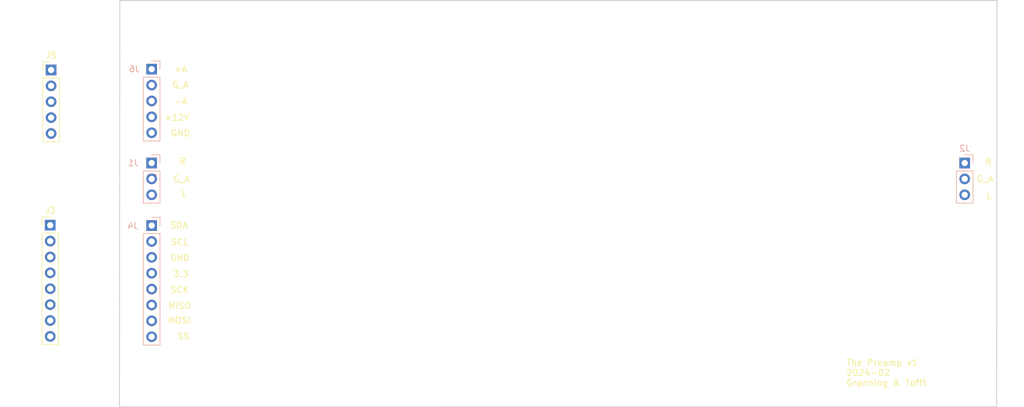
<source format=kicad_pcb>
(kicad_pcb (version 20221018) (generator pcbnew)
  (title_block (comment 1 "Mounting holes 3.2 mm 5mm from edges"))
  (layers (0 "F.Cu" signal) (31 "B.Cu" signal) (34 "B.Paste" user) (35 "F.Paste" user) (36 "B.SilkS" user "B.Silkscreen") (37 "F.SilkS" user "F.Silkscreen") (38 "B.Mask" user) (39 "F.Mask" user) (44 "Edge.Cuts" user))
  (net 0 "")
  (net 1 "GND")
  (net 2 "I2C:SCL")
  (net 3 "Audio L")
  (net 4 "Audio R")
  (net 5 "GNDA")
  (net 6 "+3.3V")
  (net 7 "+12V")
  (net 8 "I2C:SDA")
  (net 9 "Audio R out")
  (net 10 "Audio L out")
  (net 11 "+15V")
  (net 12 "-15V")
  (net 13 "SPI:SS")
  (net 14 "SPI:SCK")
  (net 15 "SPI:MOSI")
  (net 16 "SPI:MISO")
  (net 17 "GNDA_OUT")
  (footprint "MountingHole:MountingHole_3.2mm_M3" (layer "F.Cu") (at 85.3 79.6)
    (fp_text reference "REF**" hide)
    (fp_text value "MountingHole_3.2mm_M3")
    (pad "" np_thru_hole circle locked (at 0 0) (size 3.2 3.2) (drill 3.2) (layers "*.Cu" "*.Mask"))
  )
  (footprint "MountingHole:MountingHole_3.2mm_M3" (layer "F.Cu") (at 215.3 79.6)
    (fp_text reference "REF**" hide)
    (fp_text value "MountingHole_3.2mm_M3")
    (pad "" np_thru_hole circle locked (at 0 0) (size 3.2 3.2) (drill 3.2) (layers "F&B.Cu" "*.Mask"))
  )
  (footprint "MountingHole:MountingHole_3.2mm_M3" (layer "F.Cu") (at 215.3 134.6)
    (fp_text reference "REF**" hide)
    (fp_text value "MountingHole_3.2mm_M3")
    (pad "" np_thru_hole circle locked (at 0 0) (size 3.2 3.2) (drill 3.2) (layers "F&B.Cu" "*.Mask"))
  )
  (footprint "Connector_PinHeader_2.54mm:PinHeader_1x08_P2.54mm_Vertical" (layer "F.Cu") (at 69.08 110.54)
    (fp_text reference "J3" (at 0 -2.33) (layer "F.SilkS"))
    (fp_text value "Digital Pass Through")
    (fp_line (start -1.33 -1.33) (end 0 -1.33) (stroke (width 0.12)) (layer "F.SilkS"))
    (fp_line (start -1.33 0) (end -1.33 -1.33) (stroke (width 0.12)) (layer "F.SilkS"))
    (fp_line (start -1.33 1.27) (end -1.33 19.11) (stroke (width 0.12)) (layer "F.SilkS"))
    (fp_line (start -1.33 1.27) (end 1.33 1.27) (stroke (width 0.12)) (layer "F.SilkS"))
    (fp_line (start -1.33 19.11) (end 1.33 19.11) (stroke (width 0.12)) (layer "F.SilkS"))
    (fp_line (start 1.33 1.27) (end 1.33 19.11) (stroke (width 0.12)) (layer "F.SilkS"))
    (pad "1" thru_hole rect (at 0 0) (size 1.7 1.7) (drill 1) (layers "*.Cu" "*.Mask") (net 8 "I2C:SDA"))
    (pad "2" thru_hole oval (at 0 2.54) (size 1.7 1.7) (drill 1) (layers "*.Cu" "*.Mask") (net 2 "I2C:SCL"))
    (pad "3" thru_hole oval (at 0 5.08) (size 1.7 1.7) (drill 1) (layers "*.Cu" "*.Mask") (net 1 "GND"))
    (pad "4" thru_hole oval (at 0 7.62) (size 1.7 1.7) (drill 1) (layers "*.Cu" "*.Mask") (net 6 "+3.3V"))
    (pad "5" thru_hole oval (at 0 10.16) (size 1.7 1.7) (drill 1) (layers "*.Cu" "*.Mask") (net 14 "SPI:SCK"))
    (pad "6" thru_hole oval (at 0 12.7) (size 1.7 1.7) (drill 1) (layers "*.Cu" "*.Mask") (net 16 "SPI:MISO"))
    (pad "7" thru_hole oval (at 0 15.24) (size 1.7 1.7) (drill 1) (layers "*.Cu" "*.Mask") (net 15 "SPI:MOSI"))
    (pad "8" thru_hole oval (at 0 17.78) (size 1.7 1.7) (drill 1) (layers "*.Cu" "*.Mask") (net 13 "SPI:SS"))
  )
  (footprint "Connector_PinHeader_2.54mm:PinHeader_1x05_P2.54mm_Vertical" (layer "F.Cu") (at 69.22 85.72)
    (fp_text reference "J5" (at 0 -2.33) (layer "F.SilkS"))
    (fp_text value "Power Out")
    (fp_line (start -1.33 -1.33) (end 0 -1.33) (stroke (width 0.12)) (layer "F.SilkS"))
    (fp_line (start -1.33 0) (end -1.33 -1.33) (stroke (width 0.12)) (layer "F.SilkS"))
    (fp_line (start -1.33 1.27) (end -1.33 11.49) (stroke (width 0.12)) (layer "F.SilkS"))
    (fp_line (start -1.33 1.27) (end 1.33 1.27) (stroke (width 0.12)) (layer "F.SilkS"))
    (fp_line (start -1.33 11.49) (end 1.33 11.49) (stroke (width 0.12)) (layer "F.SilkS"))
    (fp_line (start 1.33 1.27) (end 1.33 11.49) (stroke (width 0.12)) (layer "F.SilkS"))
    (pad "1" thru_hole rect (at 0 0) (size 1.7 1.7) (drill 1) (layers "*.Cu" "*.Mask") (net 11 "+15V"))
    (pad "2" thru_hole oval (at 0 2.54) (size 1.7 1.7) (drill 1) (layers "*.Cu" "*.Mask") (net 5 "GNDA"))
    (pad "3" thru_hole oval (at 0 5.08) (size 1.7 1.7) (drill 1) (layers "*.Cu" "*.Mask") (net 12 "-15V"))
    (pad "4" thru_hole oval (at 0 7.62) (size 1.7 1.7) (drill 1) (layers "*.Cu" "*.Mask") (net 7 "+12V"))
    (pad "5" thru_hole oval (at 0 10.16) (size 1.7 1.7) (drill 1) (layers "*.Cu" "*.Mask") (net 1 "GND"))
  )
  (footprint "MountingHole:MountingHole_3.2mm_M3" (layer "F.Cu") (at 85.3 134.6)
    (fp_text reference "REF**" hide)
    (fp_text value "MountingHole_3.2mm_M3")
    (pad "" np_thru_hole circle locked (at 0 0) (size 3.2 3.2) (drill 3.2) (layers "*.Cu" "*.Mask"))
  )
  (footprint "Connector_PinHeader_2.54mm:PinHeader_1x03_P2.54mm_Vertical" (layer "B.Cu") (at 85.3 100.6 180)
    (fp_text reference "J1" (at 2.925 0.02) (layer "B.SilkS") (effects (justify mirror)))
    (fp_text value "Audio In")
    (fp_line (start -1.33 -6.41) (end 1.33 -6.41) (stroke (width 0.12)) (layer "B.SilkS"))
    (fp_line (start -1.33 -1.27) (end -1.33 -6.41) (stroke (width 0.12)) (layer "B.SilkS"))
    (fp_line (start -1.33 -1.27) (end 1.33 -1.27) (stroke (width 0.12)) (layer "B.SilkS"))
    (fp_line (start -1.33 0) (end -1.33 1.33) (stroke (width 0.12)) (layer "B.SilkS"))
    (fp_line (start -1.33 1.33) (end 0 1.33) (stroke (width 0.12)) (layer "B.SilkS"))
    (fp_line (start 1.33 -1.27) (end 1.33 -6.41) (stroke (width 0.12)) (layer "B.SilkS"))
    (pad "1" thru_hole rect locked (at 0 0 180) (size 1.7 1.7) (drill 1) (layers "*.Cu" "*.Mask") (net 4 "Audio R"))
    (pad "2" thru_hole oval locked (at 0 -2.54 180) (size 1.7 1.7) (drill 1) (layers "*.Cu" "*.Mask") (net 5 "GNDA"))
    (pad "3" thru_hole oval locked (at 0 -5.08 180) (size 1.7 1.7) (drill 1) (layers "*.Cu" "*.Mask") (net 3 "Audio L"))
  )
  (footprint "Connector_PinHeader_2.54mm:PinHeader_1x05_P2.54mm_Vertical" (layer "B.Cu") (at 85.3 85.6 180)
    (fp_text reference "J6" (at 2.775 0.045) (layer "B.SilkS") (effects (justify mirror)))
    (fp_text value "Power In")
    (fp_line (start -1.33 -11.49) (end 1.33 -11.49) (stroke (width 0.12)) (layer "B.SilkS"))
    (fp_line (start -1.33 -1.27) (end -1.33 -11.49) (stroke (width 0.12)) (layer "B.SilkS"))
    (fp_line (start -1.33 -1.27) (end 1.33 -1.27) (stroke (width 0.12)) (layer "B.SilkS"))
    (fp_line (start -1.33 0) (end -1.33 1.33) (stroke (width 0.12)) (layer "B.SilkS"))
    (fp_line (start -1.33 1.33) (end 0 1.33) (stroke (width 0.12)) (layer "B.SilkS"))
    (fp_line (start 1.33 -1.27) (end 1.33 -11.49) (stroke (width 0.12)) (layer "B.SilkS"))
    (pad "1" thru_hole rect locked (at 0 0 180) (size 1.7 1.7) (drill 1) (layers "*.Cu" "*.Mask") (net 11 "+15V"))
    (pad "2" thru_hole oval locked (at 0 -2.54 180) (size 1.7 1.7) (drill 1) (layers "*.Cu" "*.Mask") (net 5 "GNDA"))
    (pad "3" thru_hole oval locked (at 0 -5.08 180) (size 1.7 1.7) (drill 1) (layers "*.Cu" "*.Mask") (net 12 "-15V"))
    (pad "4" thru_hole oval locked (at 0 -7.62 180) (size 1.7 1.7) (drill 1) (layers "*.Cu" "*.Mask") (net 7 "+12V"))
    (pad "5" thru_hole oval locked (at 0 -10.16 180) (size 1.7 1.7) (drill 1) (layers "*.Cu" "*.Mask") (net 1 "GND"))
  )
  (footprint "Connector_PinHeader_2.54mm:PinHeader_1x03_P2.54mm_Vertical" (layer "B.Cu") (at 215.3 100.6 180)
    (fp_text reference "J2" (at 0 2.33) (layer "B.SilkS") (effects (justify mirror)))
    (fp_text value "Audio Out")
    (fp_line (start -1.33 -6.41) (end 1.33 -6.41) (stroke (width 0.12)) (layer "B.SilkS"))
    (fp_line (start -1.33 -1.27) (end -1.33 -6.41) (stroke (width 0.12)) (layer "B.SilkS"))
    (fp_line (start -1.33 -1.27) (end 1.33 -1.27) (stroke (width 0.12)) (layer "B.SilkS"))
    (fp_line (start -1.33 0) (end -1.33 1.33) (stroke (width 0.12)) (layer "B.SilkS"))
    (fp_line (start -1.33 1.33) (end 0 1.33) (stroke (width 0.12)) (layer "B.SilkS"))
    (fp_line (start 1.33 -1.27) (end 1.33 -6.41) (stroke (width 0.12)) (layer "B.SilkS"))
    (pad "1" thru_hole rect locked (at 0 0 180) (size 1.7 1.7) (drill 1) (layers "*.Cu" "*.Mask") (net 9 "Audio R out"))
    (pad "2" thru_hole oval locked (at 0 -2.54 180) (size 1.7 1.7) (drill 1) (layers "*.Cu" "*.Mask") (net 17 "GNDA_OUT"))
    (pad "3" thru_hole oval locked (at 0 -5.08 180) (size 1.7 1.7) (drill 1) (layers "*.Cu" "*.Mask") (net 10 "Audio L out"))
  )
  (footprint "Connector_PinHeader_2.54mm:PinHeader_1x08_P2.54mm_Vertical" (layer "B.Cu") (at 85.3 110.6 180)
    (fp_text reference "J4" (at 3.025 -0.055) (layer "B.SilkS") (effects (justify mirror)))
    (fp_text value "Digital In")
    (fp_line (start -1.33 -19.11) (end 1.33 -19.11) (stroke (width 0.12)) (layer "B.SilkS"))
    (fp_line (start -1.33 -1.27) (end -1.33 -19.11) (stroke (width 0.12)) (layer "B.SilkS"))
    (fp_line (start -1.33 -1.27) (end 1.33 -1.27) (stroke (width 0.12)) (layer "B.SilkS"))
    (fp_line (start -1.33 0) (end -1.33 1.33) (stroke (width 0.12)) (layer "B.SilkS"))
    (fp_line (start -1.33 1.33) (end 0 1.33) (stroke (width 0.12)) (layer "B.SilkS"))
    (fp_line (start 1.33 -1.27) (end 1.33 -19.11) (stroke (width 0.12)) (layer "B.SilkS"))
    (pad "1" thru_hole rect locked (at 0 0 180) (size 1.7 1.7) (drill 1) (layers "*.Cu" "*.Mask") (net 8 "I2C:SDA"))
    (pad "2" thru_hole oval locked (at 0 -2.54 180) (size 1.7 1.7) (drill 1) (layers "*.Cu" "*.Mask") (net 2 "I2C:SCL"))
    (pad "3" thru_hole oval locked (at 0 -5.08 180) (size 1.7 1.7) (drill 1) (layers "*.Cu" "*.Mask") (net 1 "GND"))
    (pad "4" thru_hole oval locked (at 0 -7.62 180) (size 1.7 1.7) (drill 1) (layers "*.Cu" "*.Mask") (net 6 "+3.3V"))
    (pad "5" thru_hole oval locked (at 0 -10.16 180) (size 1.7 1.7) (drill 1) (layers "*.Cu" "*.Mask") (net 14 "SPI:SCK"))
    (pad "6" thru_hole oval locked (at 0 -12.7 180) (size 1.7 1.7) (drill 1) (layers "*.Cu" "*.Mask") (net 16 "SPI:MISO"))
    (pad "7" thru_hole oval locked (at 0 -15.24 180) (size 1.7 1.7) (drill 1) (layers "*.Cu" "*.Mask") (net 15 "SPI:MOSI"))
    (pad "8" thru_hole oval locked (at 0 -17.78 180) (size 1.7 1.7) (drill 1) (layers "*.Cu" "*.Mask") (net 13 "SPI:SS"))
  )
  (gr_line locked (start 80.16 139.58) (end 220.41 139.57) (stroke (width 0.15)) (layer "Edge.Cuts"))
  (gr_line locked (start 220.45 74.61) (end 80.2 74.62) (stroke (width 0.15)) (layer "Edge.Cuts"))
  (gr_line locked (start 220.45 74.61) (end 220.41 139.57) (stroke (width 0.15)) (layer "Edge.Cuts"))
  (gr_line locked (start 80.2 74.62) (end 80.16 139.58) (stroke (width 0.15)) (layer "Edge.Cuts"))
  (gr_text locked "R" (at 218.5062 100.9814) (layer "F.SilkS") (effects (font (size 1 1)) (justify left bottom)))
  (gr_text locked "GND" (at 88.191152 116.3378) (layer "F.SilkS") (effects (font (size 1 1)) (justify left bottom)))
  (gr_text locked "+12V" (at 87.200552 93.9096) (layer "F.SilkS") (effects (font (size 1 1)) (justify left bottom)))
  (gr_text locked "MISO" (at 87.835552 124.0086) (layer "F.SilkS") (effects (font (size 1 1)) (justify left bottom)))
  (gr_text locked "-A" (at 88.800752 91.3696) (layer "F.SilkS") (effects (font (size 1 1)) (justify left bottom)))
  (gr_text locked "SDA" (at 88.191152 111.1054) (layer "F.SilkS") (effects (font (size 1 1)) (justify left bottom)))
  (gr_text locked "GND" (at 88.267352 96.4242) (layer "F.SilkS") (effects (font (size 1 1)) (justify left bottom)))
  (gr_text "The Preamp v1\n2024-02 \nGrønning & Tofft" (at 196.3 136.33) (layer "F.SilkS") (effects (font (size 1 1)) (justify left bottom)))
  (gr_text locked "G_A" (at 88.673752 103.7648) (layer "F.SilkS") (effects (font (size 1 1)) (justify left bottom)))
  (gr_text locked "R" (at 89.638952 100.92) (layer "F.SilkS") (effects (font (size 1 1)) (justify left bottom)))
  (gr_text locked "3.3" (at 88.699152 118.9286) (layer "F.SilkS") (effects (font (size 1 1)) (justify left bottom)))
  (gr_text locked "MOSI" (at 87.784752 126.3454) (layer "F.SilkS") (effects (font (size 1 1)) (justify left bottom)))
  (gr_text locked "G_A" (at 88.495952 88.6772) (layer "F.SilkS") (effects (font (size 1 1)) (justify left bottom)))
  (gr_text locked "L" (at 218.7094 106.4424) (layer "F.SilkS") (effects (font (size 1 1)) (justify left bottom)))
  (gr_text locked "+A" (at 88.775352 86.188) (layer "F.SilkS") (effects (font (size 1 1)) (justify left bottom)))
  (gr_text locked "G_A" (at 217.16 103.75) (layer "F.SilkS") (effects (font (size 1 1)) (justify left bottom)))
  (gr_text locked "L" (at 89.969152 106.1778) (layer "F.SilkS") (effects (font (size 1 1)) (justify left bottom)))
  (gr_text locked "SCL" (at 88.318152 113.8486) (layer "F.SilkS") (effects (font (size 1 1)) (justify left bottom)))
  (gr_text locked "SS" (at 89.334152 128.86) (layer "F.SilkS") (effects (font (size 1 1)) (justify left bottom)))
  (gr_text locked "SCK" (at 88.216552 121.4432) (layer "F.SilkS") (effects (font (size 1 1)) (justify left bottom)))
  (segment locked (start 85.46 95.6) (end 85.3 95.76) (width 0.6) (layer "F.Cu") (net 1))
  (segment locked (start 85.3 103.14) (end 85.76 102.68) (width 0.6) (layer "F.Cu") (net 5))
  (segment locked (start 84.87 102.71) (end 85.3 103.14) (width 0.6) (layer "F.Cu") (net 5))
  (segment locked (start 215.2 100.5) (end 215.3 100.6) (width 0.6) (layer "F.Cu") (net 9))
  (segment locked (start 215.22 105.6) (end 215.3 105.68) (width 0.6) (layer "F.Cu") (net 10))
)
</source>
